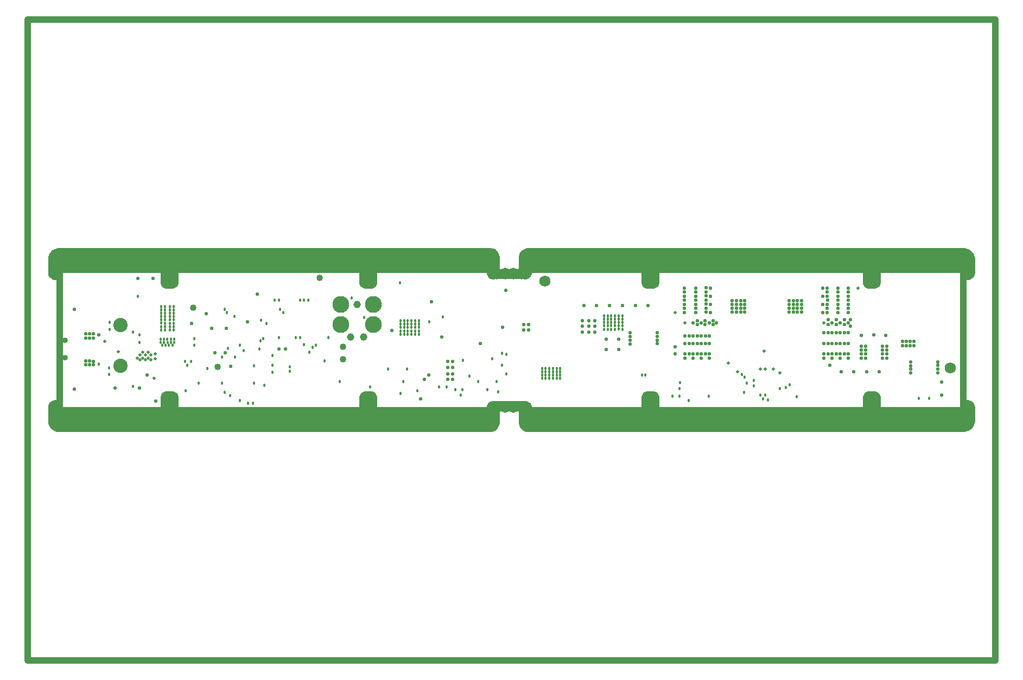
<source format=gbr>
%TF.GenerationSoftware,Altium Limited,Altium Designer,19.0.15 (446)*%
G04 Layer_Physical_Order=5*
G04 Layer_Color=128*
%FSLAX45Y45*%
%MOMM*%
%TF.FileFunction,Copper,L5,Inr,Plane*%
%TF.Part,CustomerPanel*%
G01*
G75*
%TA.AperFunction,ViaPad*%
%ADD93C,0.45720*%
%TA.AperFunction,NonConductor*%
%ADD96C,1.01600*%
%TA.AperFunction,WasherPad*%
%ADD97C,1.81600*%
%TA.AperFunction,ViaPad*%
%ADD98C,1.01600*%
%TA.AperFunction,ComponentPad*%
%ADD99C,0.45400*%
%TA.AperFunction,ViaPad*%
%ADD100C,1.75400*%
%TA.AperFunction,ComponentPad*%
%ADD101C,2.62900*%
%ADD102C,1.15400*%
%ADD103C,1.01600*%
%TA.AperFunction,ViaPad*%
%ADD104C,0.55880*%
%ADD105C,0.50800*%
%ADD106C,0.85400*%
%ADD107C,2.23400*%
G36*
X9243736Y8380770D02*
X9261589Y8373375D01*
X9277657Y8362638D01*
X9291322Y8348974D01*
X9302058Y8332906D01*
X9309453Y8315052D01*
X9313223Y8296099D01*
Y8286437D01*
Y8049900D01*
Y8039954D01*
X9305611Y8021577D01*
X9291546Y8007512D01*
X9273169Y7999900D01*
X9253278D01*
X9234901Y8007512D01*
X9220835Y8021577D01*
X9213223Y8039954D01*
Y8049900D01*
X9212262Y8059654D01*
X9204797Y8077678D01*
X9191002Y8091473D01*
X9172978Y8098939D01*
X9163223Y8099900D01*
Y8099899D01*
X7455136D01*
X7445382Y8098939D01*
X7427358Y8091473D01*
X7413563Y8077678D01*
X7406097Y8059654D01*
X7405136Y8049900D01*
X7405146D01*
Y7899900D01*
X7405146Y7889954D01*
X7397534Y7871577D01*
X7383469Y7857512D01*
X7365091Y7849900D01*
X7355146D01*
Y7849899D01*
X7275146D01*
X7265200Y7849900D01*
X7246823Y7857512D01*
X7232758Y7871577D01*
X7225146Y7889954D01*
Y7899900D01*
X7225136Y7900844D01*
Y8049900D01*
X7225146D01*
X7224185Y8059654D01*
X7216719Y8077678D01*
X7202925Y8091473D01*
X7184901Y8098939D01*
X7175146Y8099899D01*
X4353886D01*
Y8099162D01*
X4344132Y8098201D01*
X4326108Y8090735D01*
X4312313Y8076940D01*
X4304847Y8058916D01*
X4303886Y8049162D01*
X4303896D01*
Y7899162D01*
X4303896Y7889216D01*
X4296284Y7870839D01*
X4282219Y7856774D01*
X4263842Y7849162D01*
X4253896D01*
Y7849162D01*
X4173896D01*
X4163951Y7849162D01*
X4145573Y7856774D01*
X4131508Y7870839D01*
X4123896Y7889216D01*
Y7899162D01*
X4123886Y7900106D01*
Y8049162D01*
X4123896D01*
X4122935Y8058916D01*
X4115470Y8076940D01*
X4101675Y8090735D01*
X4083651Y8098201D01*
X4073896Y8099162D01*
Y8099790D01*
X2549900D01*
X2540165Y8098831D01*
X2522177Y8091380D01*
X2508410Y8077612D01*
X2500959Y8059624D01*
X2500000Y8049890D01*
Y8037638D01*
X2490623Y8015002D01*
X2473298Y7997676D01*
X2450661Y7988300D01*
X2431655D01*
X2418403Y7990936D01*
X2405921Y7996106D01*
X2394686Y8003613D01*
X2385133Y8013166D01*
X2377626Y8024401D01*
X2372456Y8036883D01*
X2369820Y8050135D01*
Y8056890D01*
Y8257540D01*
Y8270048D01*
X2374700Y8294584D01*
X2384274Y8317697D01*
X2398172Y8338498D01*
X2415862Y8356187D01*
X2436663Y8370086D01*
X2459775Y8379659D01*
X2484312Y8384540D01*
X9224782D01*
X9243736Y8380770D01*
D02*
G37*
G36*
X16639024Y8377774D02*
X16662137Y8368201D01*
X16682938Y8354302D01*
X16700629Y8336612D01*
X16714526Y8315812D01*
X16724100Y8292699D01*
X16728979Y8268163D01*
Y8255655D01*
Y8056901D01*
Y8050145D01*
X16726344Y8036893D01*
X16721175Y8024411D01*
X16713667Y8013177D01*
X16704114Y8003623D01*
X16692879Y7996116D01*
X16680397Y7990946D01*
X16667145Y7988310D01*
X16648138D01*
X16625502Y7997687D01*
X16608177Y8015012D01*
X16598801Y8037649D01*
Y8049900D01*
X16597841Y8059635D01*
X16590390Y8077623D01*
X16576624Y8091390D01*
X16558635Y8098841D01*
X16548900Y8099800D01*
X15308896D01*
Y8099700D01*
X15299161Y8098741D01*
X15281174Y8091290D01*
X15267406Y8077523D01*
X15259953Y8059535D01*
X15258997Y8049800D01*
X15258896Y8049900D01*
Y7899900D01*
X15258797D01*
Y7889974D01*
X15251199Y7871634D01*
X15237161Y7857596D01*
X15218822Y7850000D01*
X15208896D01*
Y7849900D01*
X15128896D01*
X15128796Y7850000D01*
X15118871D01*
X15100529Y7857596D01*
X15086493Y7871634D01*
X15078896Y7889974D01*
Y7899900D01*
Y8049900D01*
X15078796D01*
X15077837Y8059635D01*
X15070386Y8077623D01*
X15056619Y8091390D01*
X15038631Y8098841D01*
X15028896Y8099800D01*
X11855056D01*
X11845321Y8098841D01*
X11827333Y8091390D01*
X11813566Y8077623D01*
X11806115Y8059635D01*
X11805156Y8049900D01*
X11805056Y8050000D01*
Y7900000D01*
X11804956D01*
Y7890074D01*
X11797359Y7871734D01*
X11783322Y7857696D01*
X11764982Y7850100D01*
X11755056D01*
Y7850000D01*
X11675056D01*
X11674956Y7850100D01*
X11665031D01*
X11646690Y7857696D01*
X11632653Y7871734D01*
X11625056Y7890074D01*
Y7900000D01*
Y8050000D01*
X11624956D01*
X11623998Y8059734D01*
X11616547Y8077722D01*
X11602779Y8091490D01*
X11584791Y8098941D01*
X11575056Y8099900D01*
X9864800Y8099899D01*
Y8099900D01*
X9855046Y8098939D01*
X9837021Y8091473D01*
X9823227Y8077678D01*
X9815761Y8059654D01*
X9814800Y8049900D01*
Y8039954D01*
X9807188Y8021577D01*
X9793123Y8007512D01*
X9774746Y7999900D01*
X9754855D01*
X9736478Y8007512D01*
X9722412Y8021577D01*
X9714800Y8039954D01*
Y8049900D01*
Y8287320D01*
Y8296710D01*
X9718464Y8315128D01*
X9725650Y8332478D01*
X9736084Y8348092D01*
X9749363Y8361371D01*
X9764977Y8371804D01*
X9782326Y8378991D01*
X9800745Y8382654D01*
X9810134D01*
X16248380Y8382655D01*
X16614488D01*
X16639024Y8377774D01*
D02*
G37*
G36*
X4253896Y6150660D02*
X4263842D01*
X4282219Y6143047D01*
X4296284Y6128982D01*
X4303896Y6110605D01*
X4303896Y6100660D01*
Y5950660D01*
X4303886D01*
X4304847Y5940905D01*
X4312313Y5922881D01*
X4326108Y5909086D01*
X4344132Y5901620D01*
X4353886Y5900660D01*
Y5899922D01*
X7175146D01*
X7184901Y5900883D01*
X7202925Y5908348D01*
X7216719Y5922143D01*
X7224185Y5940167D01*
X7225146Y5949922D01*
X7225136D01*
Y6098977D01*
X7225146Y6099922D01*
Y6109867D01*
X7232758Y6128244D01*
X7246823Y6142310D01*
X7265200Y6149922D01*
X7275146Y6149922D01*
X7355146D01*
Y6149922D01*
X7365091D01*
X7383469Y6142310D01*
X7397534Y6128244D01*
X7405146Y6109867D01*
X7405146Y6099922D01*
Y5949922D01*
X7405136D01*
X7406097Y5940167D01*
X7413563Y5922143D01*
X7427358Y5908348D01*
X7445382Y5900883D01*
X7455136Y5899922D01*
X9163223D01*
Y5899922D01*
X9172978Y5900882D01*
X9191002Y5908348D01*
X9204797Y5922143D01*
X9212262Y5940167D01*
X9213223Y5949922D01*
Y5959867D01*
X9220835Y5978244D01*
X9234901Y5992309D01*
X9253278Y5999921D01*
X9273169D01*
X9291546Y5992309D01*
X9305611Y5978244D01*
X9313223Y5959867D01*
Y5949922D01*
Y5713385D01*
Y5703722D01*
X9309453Y5684769D01*
X9302058Y5666915D01*
X9291322Y5650847D01*
X9277657Y5637183D01*
X9261589Y5626446D01*
X9243736Y5619051D01*
X9224782Y5615281D01*
X2484312D01*
X2459775Y5620162D01*
X2436663Y5629735D01*
X2415862Y5643634D01*
X2398172Y5661323D01*
X2384274Y5682124D01*
X2374700Y5705237D01*
X2369820Y5729773D01*
Y5742281D01*
Y5942931D01*
Y5949686D01*
X2372456Y5962938D01*
X2377626Y5975421D01*
X2385133Y5986655D01*
X2394686Y5996208D01*
X2405921Y6003715D01*
X2418403Y6008885D01*
X2431655Y6011521D01*
X2450661D01*
X2473298Y6002145D01*
X2490623Y5984819D01*
X2500000Y5962183D01*
Y5949932D01*
X2500959Y5940197D01*
X2508410Y5922209D01*
X2522177Y5908441D01*
X2540165Y5900990D01*
X2549900Y5900032D01*
X4073896D01*
Y5900660D01*
X4083651Y5901620D01*
X4101675Y5909086D01*
X4115470Y5922881D01*
X4122935Y5940905D01*
X4123896Y5950660D01*
X4123886D01*
Y6099715D01*
X4123896Y6100660D01*
Y6110605D01*
X4131508Y6128982D01*
X4145573Y6143047D01*
X4163951Y6150660D01*
X4173896Y6150660D01*
X4253896D01*
Y6150660D01*
D02*
G37*
G36*
X15209937Y6149822D02*
X15219862D01*
X15238202Y6142225D01*
X15252238Y6128187D01*
X15259836Y6109847D01*
Y6099922D01*
X15259937D01*
Y5949922D01*
X15260036Y5950021D01*
X15260995Y5940286D01*
X15268446Y5922298D01*
X15282213Y5908531D01*
X15300201Y5901080D01*
X15309937Y5900121D01*
Y5900021D01*
X16549940D01*
X16559676Y5900980D01*
X16577663Y5908431D01*
X16591431Y5922198D01*
X16598882Y5940186D01*
X16599841Y5949922D01*
Y5962172D01*
X16609216Y5984809D01*
X16626543Y6002135D01*
X16649179Y6011511D01*
X16668185D01*
X16681438Y6008875D01*
X16693919Y6003705D01*
X16705154Y5996198D01*
X16714708Y5986645D01*
X16722214Y5975410D01*
X16727385Y5962928D01*
X16730022Y5949676D01*
Y5942921D01*
Y5744167D01*
Y5731658D01*
X16725140Y5707122D01*
X16715567Y5684009D01*
X16701668Y5663209D01*
X16683978Y5645519D01*
X16663177Y5631620D01*
X16640065Y5622047D01*
X16615529Y5617167D01*
X16249420D01*
X9811175Y5617167D01*
X9801785D01*
X9783367Y5620831D01*
X9766017Y5628017D01*
X9750403Y5638450D01*
X9737124Y5651729D01*
X9726691Y5667343D01*
X9719504Y5684693D01*
X9715841Y5703111D01*
Y5712501D01*
Y5949922D01*
Y5959867D01*
X9723453Y5978244D01*
X9737518Y5992309D01*
X9755895Y5999921D01*
X9775786D01*
X9794163Y5992309D01*
X9808229Y5978244D01*
X9815841Y5959867D01*
Y5949922D01*
X9816801Y5940167D01*
X9824267Y5922143D01*
X9838062Y5908348D01*
X9856086Y5900882D01*
X9865841Y5899922D01*
Y5899922D01*
X11576097Y5899922D01*
X11585832Y5900880D01*
X11603820Y5908331D01*
X11617587Y5922099D01*
X11625038Y5940087D01*
X11625997Y5949822D01*
X11626097D01*
Y6099822D01*
Y6109747D01*
X11633693Y6128088D01*
X11647731Y6142125D01*
X11666071Y6149722D01*
X11675997D01*
X11676097Y6149822D01*
X11756097D01*
Y6149722D01*
X11766022D01*
X11784363Y6142125D01*
X11798400Y6128088D01*
X11805997Y6109747D01*
Y6099822D01*
X11806097D01*
Y5949822D01*
X11806197Y5949922D01*
X11807155Y5940186D01*
X11814606Y5922198D01*
X11828374Y5908431D01*
X11846362Y5900980D01*
X11856097Y5900021D01*
X15029936D01*
X15039671Y5900980D01*
X15057658Y5908431D01*
X15071426Y5922198D01*
X15078877Y5940186D01*
X15079836Y5949922D01*
X15079936D01*
Y6099922D01*
Y6109847D01*
X15087534Y6128187D01*
X15101570Y6142225D01*
X15119911Y6149822D01*
X15129836D01*
X15129936Y6149921D01*
X15209937D01*
Y6149822D01*
D02*
G37*
D93*
X5815620Y6758900D02*
D03*
X6634080Y6673800D02*
D03*
X8481445Y7359832D02*
D03*
X8263381Y7282400D02*
D03*
X7821440Y6170964D02*
D03*
X8757840Y6139536D02*
D03*
X7621200Y6549621D02*
D03*
X9344580Y6192241D02*
D03*
X4552220Y6664920D02*
D03*
X5307260Y6924000D02*
D03*
X5373300Y6835100D02*
D03*
X5922100Y7623856D02*
D03*
X5728900Y7255820D02*
D03*
X6690640Y7035177D02*
D03*
X3283165Y7168946D02*
D03*
X7806120Y7896820D02*
D03*
X9465240Y6774660D02*
D03*
X9400620Y6789620D02*
D03*
X7918380Y6549400D02*
D03*
X3743120Y7084660D02*
D03*
X5678440Y7023060D02*
D03*
X5629840Y6987500D02*
D03*
X3743120Y6967081D02*
D03*
X3113200Y6623098D02*
D03*
X3282880Y7273700D02*
D03*
X9175680Y6225074D02*
D03*
X9399200Y6603960D02*
D03*
X13173402Y6183958D02*
D03*
X6312100Y7625756D02*
D03*
X6247100D02*
D03*
X4204900Y6917000D02*
D03*
X4154685Y6916380D02*
D03*
X4073600Y7010360D02*
D03*
X4488839Y6603519D02*
D03*
X4286180Y7010360D02*
D03*
X4126745Y6961380D02*
D03*
X4233035Y7010360D02*
D03*
X4458481Y6664920D02*
D03*
X4096460Y6916380D02*
D03*
X4179890Y7010360D02*
D03*
X4263762Y6917753D02*
D03*
X4126745Y7010360D02*
D03*
X4233035Y6961380D02*
D03*
X6493200Y6924240D02*
D03*
X5637460Y7310080D02*
D03*
X13328120Y6367121D02*
D03*
X13185136Y6418540D02*
D03*
X13219360Y6327100D02*
D03*
X13831798Y6263287D02*
D03*
X13733121Y6247121D02*
D03*
X13889920Y6299160D02*
D03*
X13431261Y6144621D02*
D03*
X13510620D02*
D03*
X12315120Y6057860D02*
D03*
X13550620Y6064058D02*
D03*
X13470621Y6079620D02*
D03*
X13995621Y6114620D02*
D03*
X13328120Y6286521D02*
D03*
X13145700Y6461720D02*
D03*
X11639480Y6454100D02*
D03*
X11586793Y6454580D02*
D03*
X12175620Y6332120D02*
D03*
X5434260Y6017220D02*
D03*
X5518080Y6014620D02*
D03*
X5312340Y6060400D02*
D03*
X4602768Y6916380D02*
D03*
X4603970Y7020520D02*
D03*
X5032940Y6324560D02*
D03*
X4465700Y6212120D02*
D03*
X5533320Y6598880D02*
D03*
X5617140Y6857880D02*
D03*
X5922100Y7035756D02*
D03*
X7057320Y7658060D02*
D03*
X8075860Y6212800D02*
D03*
X6871900Y6352060D02*
D03*
X5154859Y6128979D02*
D03*
X5690800Y6290500D02*
D03*
X10082280Y6556606D02*
D03*
X10024040Y6556930D02*
D03*
X8783600Y6222960D02*
D03*
X4801800Y6553160D02*
D03*
X11162468Y7325008D02*
D03*
Y7376794D02*
D03*
Y7273223D02*
D03*
X11218528Y7273872D02*
D03*
Y7222086D02*
D03*
X11048168Y7273223D02*
D03*
Y7169652D02*
D03*
X11104228Y7221762D02*
D03*
Y7273547D02*
D03*
X11218528Y7170301D02*
D03*
Y7377443D02*
D03*
X11162468Y7221437D02*
D03*
Y7169652D02*
D03*
X11104228Y7169976D02*
D03*
X11048168Y7221437D02*
D03*
X11104228Y7377118D02*
D03*
X11048168Y7376794D02*
D03*
X11218528Y7325657D02*
D03*
X11104228Y7325333D02*
D03*
X11048168Y7325008D02*
D03*
X10138340Y6556930D02*
D03*
X10310880D02*
D03*
X12625072Y6127120D02*
D03*
X12056313Y6126440D02*
D03*
X15906860Y6092121D02*
D03*
X16066859Y6092120D02*
D03*
X5815620Y6603820D02*
D03*
Y6493820D02*
D03*
X6092120Y6517600D02*
D03*
Y6581100D02*
D03*
X3270588Y6460001D02*
D03*
X5235664Y6733800D02*
D03*
X5027860D02*
D03*
X8416220Y6271220D02*
D03*
X8668600Y6222960D02*
D03*
X8533060Y6271220D02*
D03*
X10196580Y6401249D02*
D03*
X10082280D02*
D03*
Y6453035D02*
D03*
X10024040Y6401574D02*
D03*
X10310880D02*
D03*
X10138340D02*
D03*
X9319620Y6354621D02*
D03*
X10252640Y6401898D02*
D03*
X9031620Y6354621D02*
D03*
X8896120Y6436020D02*
D03*
X3723781Y7679477D02*
D03*
X10196580Y6504820D02*
D03*
X10252640Y6505469D02*
D03*
Y6557255D02*
D03*
Y6453684D02*
D03*
X10310880Y6505145D02*
D03*
Y6453359D02*
D03*
X10138340Y6505145D02*
D03*
X10196580Y6556606D02*
D03*
X10138340Y6453359D02*
D03*
X10196580Y6453035D02*
D03*
X10024040Y6505145D02*
D03*
Y6453359D02*
D03*
X10082280Y6504820D02*
D03*
X5071040Y6184860D02*
D03*
X10989928Y7221762D02*
D03*
Y7377118D02*
D03*
Y7325333D02*
D03*
Y7273547D02*
D03*
Y7169976D02*
D03*
X11276768Y7221762D02*
D03*
Y7273547D02*
D03*
Y7377118D02*
D03*
Y7169976D02*
D03*
Y7325333D02*
D03*
X5124380Y6870660D02*
D03*
X5987980Y7424380D02*
D03*
X5530780Y6329640D02*
D03*
X4668800Y6324560D02*
D03*
X7341800Y6268301D02*
D03*
X7857120Y6349960D02*
D03*
X7247026Y7348861D02*
D03*
X5073580Y7480841D02*
D03*
X5106600Y7426920D02*
D03*
X5225980Y7371040D02*
D03*
X3270180Y6561060D02*
D03*
X7989500Y7195719D02*
D03*
X8045560Y7092797D02*
D03*
Y7196368D02*
D03*
Y7248154D02*
D03*
X8103800Y7247829D02*
D03*
Y7092472D02*
D03*
Y7299615D02*
D03*
X8045560Y7299939D02*
D03*
Y7144583D02*
D03*
X8103800Y7196044D02*
D03*
Y7144258D02*
D03*
X7931260Y7092472D02*
D03*
Y7196044D02*
D03*
Y7247829D02*
D03*
X7989500Y7247504D02*
D03*
Y7092148D02*
D03*
Y7299290D02*
D03*
X7931260Y7299615D02*
D03*
Y7144258D02*
D03*
X7989500Y7143933D02*
D03*
X7816960Y7092472D02*
D03*
Y7196044D02*
D03*
Y7247829D02*
D03*
X7875200Y7247504D02*
D03*
Y7092148D02*
D03*
Y7299290D02*
D03*
X7816960Y7299615D02*
D03*
Y7144258D02*
D03*
X7875200Y7195719D02*
D03*
Y7143933D02*
D03*
X3640320Y7124660D02*
D03*
X5934640Y7483306D02*
D03*
X4278380Y7366438D02*
D03*
Y7418223D02*
D03*
X4220140Y7366763D02*
D03*
X4138860D02*
D03*
Y7418548D02*
D03*
X4080620Y7367087D02*
D03*
X4220140Y7522119D02*
D03*
X4278380Y7521794D02*
D03*
Y7470009D02*
D03*
X4220140Y7470334D02*
D03*
X4080620Y7522444D02*
D03*
X4138860Y7522119D02*
D03*
X6377100Y7625756D02*
D03*
X4220140Y7159620D02*
D03*
Y7211406D02*
D03*
Y7263191D02*
D03*
Y7314977D02*
D03*
Y7418548D02*
D03*
X4278380Y7314652D02*
D03*
Y7262867D02*
D03*
Y7211081D02*
D03*
Y7159296D02*
D03*
X4138860Y7159620D02*
D03*
Y7211406D02*
D03*
Y7263191D02*
D03*
Y7314977D02*
D03*
Y7470334D02*
D03*
X4080620Y7470658D02*
D03*
Y7418873D02*
D03*
Y7315302D02*
D03*
Y7263516D02*
D03*
Y7211731D02*
D03*
Y7159945D02*
D03*
X3640320Y6273421D02*
D03*
X9250620Y6709620D02*
D03*
X9465940Y6468680D02*
D03*
X8792900Y6687445D02*
D03*
X12171729Y6127120D02*
D03*
X12173120Y6247120D02*
D03*
X6394080Y6813800D02*
D03*
X6444080Y6888760D02*
D03*
X6247100Y7035756D02*
D03*
X6183260Y7035177D02*
D03*
X6310260Y6929400D02*
D03*
X5857100Y7623856D02*
D03*
D96*
X15209937Y6149822D02*
Y6149921D01*
Y6149822D02*
X15219862D01*
X15238202Y6142225D01*
X15252238Y6128187D01*
X15259836Y6109847D01*
Y6099922D02*
Y6109847D01*
Y6099922D02*
X15259937D01*
Y5949922D02*
Y6099922D01*
Y5949922D02*
X15260036Y5950021D01*
X15260995Y5940286D01*
X15268446Y5922298D01*
X15282213Y5908531D01*
X15300201Y5901080D01*
X15309937Y5900121D01*
Y5900021D02*
Y5900121D01*
Y5900021D02*
X16549940D01*
X16559676Y5900980D01*
X16577663Y5908431D01*
X16591431Y5922198D01*
X16598882Y5940186D01*
X16599841Y5949922D01*
Y5962172D01*
X16609216Y5984809D01*
X16626543Y6002135D01*
X16649179Y6011511D01*
X16668185D01*
X16681438Y6008875D01*
X16693919Y6003705D01*
X16705154Y5996198D01*
X16714708Y5986645D01*
X16722214Y5975410D01*
X16727385Y5962928D01*
X16730022Y5949676D01*
Y5942921D02*
Y5949676D01*
Y5744167D02*
Y5942921D01*
Y5731658D02*
Y5744167D01*
X16725140Y5707122D02*
X16730022Y5731658D01*
X16715567Y5684009D02*
X16725140Y5707122D01*
X16701668Y5663209D02*
X16715567Y5684009D01*
X16683978Y5645519D02*
X16701668Y5663209D01*
X16663177Y5631620D02*
X16683978Y5645519D01*
X16640065Y5622047D02*
X16663177Y5631620D01*
X16615529Y5617167D02*
X16640065Y5622047D01*
X16249420Y5617167D02*
X16615529D01*
X9811175Y5617167D02*
X16249420Y5617167D01*
X9801785Y5617167D02*
X9811175D01*
X9783367Y5620831D02*
X9801785Y5617167D01*
X9766017Y5628017D02*
X9783367Y5620831D01*
X9750403Y5638450D02*
X9766017Y5628017D01*
X9737124Y5651729D02*
X9750403Y5638450D01*
X9726691Y5667343D02*
X9737124Y5651729D01*
X9719504Y5684693D02*
X9726691Y5667343D01*
X9715841Y5703111D02*
X9719504Y5684693D01*
X9715841Y5703111D02*
Y5712501D01*
Y5949922D01*
Y5959867D01*
X9723453Y5978244D01*
X9737518Y5992309D01*
X9755895Y5999921D01*
X9775786D01*
X9794163Y5992309D01*
X9808229Y5978244D01*
X9815841Y5959867D01*
Y5949922D02*
Y5959867D01*
Y5949922D02*
X9816801Y5940167D01*
X9824267Y5922143D01*
X9838062Y5908348D01*
X9856086Y5900882D01*
X9865841Y5899922D01*
Y5899922D01*
X11576097Y5899922D01*
X11585832Y5900880D01*
X11603820Y5908331D01*
X11617587Y5922099D01*
X11625038Y5940087D01*
X11625997Y5949822D01*
X11626097D01*
Y6099822D01*
Y6109747D01*
X11633693Y6128088D01*
X11647731Y6142125D01*
X11666071Y6149722D01*
X11675997D01*
X11676097Y6149822D01*
X11756097D01*
Y6149722D02*
Y6149822D01*
Y6149722D02*
X11766022D01*
X11784363Y6142125D01*
X11798400Y6128088D01*
X11805997Y6109747D01*
Y6099822D02*
Y6109747D01*
Y6099822D02*
X11806097D01*
Y5949822D02*
Y6099822D01*
Y5949822D02*
X11806197Y5949922D01*
X11807155Y5940186D01*
X11814606Y5922198D01*
X11828374Y5908431D01*
X11846362Y5900980D01*
X11856097Y5900021D01*
X15029936D01*
X15039671Y5900980D01*
X15057658Y5908431D01*
X15071426Y5922198D01*
X15078877Y5940186D01*
X15079836Y5949922D01*
X15079936D01*
Y6099922D01*
Y6109847D01*
X15087534Y6128187D01*
X15101570Y6142225D01*
X15119911Y6149822D01*
X15129836D01*
X15129936Y6149921D01*
X15209937D01*
X4253896Y6150660D02*
Y6150660D01*
Y6150660D02*
X4263842D01*
X4282219Y6143047D01*
X4296284Y6128982D01*
X4303896Y6110605D01*
X4303896Y6100660D01*
Y5950660D02*
Y6100660D01*
X4303886Y5950660D02*
X4303896D01*
X4303886D02*
X4304847Y5940905D01*
X4312313Y5922881D01*
X4326108Y5909086D01*
X4344132Y5901620D01*
X4353886Y5900660D01*
Y5899922D02*
Y5900660D01*
Y5899922D02*
X7175146D01*
X7184901Y5900883D01*
X7202925Y5908348D01*
X7216719Y5922143D01*
X7224185Y5940167D01*
X7225146Y5949922D01*
X7225136D02*
X7225146D01*
X7225136D02*
Y6098977D01*
X7225146Y6099922D01*
Y6109867D01*
X7232758Y6128244D01*
X7246823Y6142310D01*
X7265200Y6149922D01*
X7275146Y6149922D01*
X7355146D01*
Y6149922D02*
Y6149922D01*
Y6149922D02*
X7365091D01*
X7383469Y6142310D01*
X7397534Y6128244D01*
X7405146Y6109867D01*
X7405146Y6099922D01*
Y5949922D02*
Y6099922D01*
X7405136Y5949922D02*
X7405146D01*
X7405136D02*
X7406097Y5940167D01*
X7413563Y5922143D01*
X7427358Y5908348D01*
X7445382Y5900883D01*
X7455136Y5899922D01*
X9163223D01*
Y5899922D02*
Y5899922D01*
Y5899922D02*
X9172978Y5900882D01*
X9191002Y5908348D01*
X9204797Y5922143D01*
X9212262Y5940167D01*
X9213223Y5949922D01*
Y5959867D01*
X9220835Y5978244D01*
X9234901Y5992309D01*
X9253278Y5999921D01*
X9273169D01*
X9291546Y5992309D01*
X9305611Y5978244D01*
X9313223Y5959867D01*
Y5949922D02*
Y5959867D01*
Y5713385D02*
Y5949922D01*
Y5703722D02*
Y5713385D01*
X9309453Y5684769D02*
X9313223Y5703722D01*
X9302058Y5666915D02*
X9309453Y5684769D01*
X9291322Y5650847D02*
X9302058Y5666915D01*
X9277657Y5637183D02*
X9291322Y5650847D01*
X9261589Y5626446D02*
X9277657Y5637183D01*
X9243736Y5619051D02*
X9261589Y5626446D01*
X9224782Y5615281D02*
X9243736Y5619051D01*
X2484312Y5615281D02*
X9224782D01*
X2459775Y5620162D02*
X2484312Y5615281D01*
X2436663Y5629735D02*
X2459775Y5620162D01*
X2415862Y5643634D02*
X2436663Y5629735D01*
X2398172Y5661323D02*
X2415862Y5643634D01*
X2384274Y5682124D02*
X2398172Y5661323D01*
X2374700Y5705237D02*
X2384274Y5682124D01*
X2369820Y5729773D02*
X2374700Y5705237D01*
X2369820Y5729773D02*
Y5742281D01*
Y5942931D01*
Y5949686D01*
X2372456Y5962938D01*
X2377626Y5975421D01*
X2385133Y5986655D01*
X2394686Y5996208D01*
X2405921Y6003715D01*
X2418403Y6008885D01*
X2431655Y6011521D01*
X2450661D01*
X2473298Y6002145D01*
X2490623Y5984819D01*
X2500000Y5962183D01*
Y5949932D02*
Y5962183D01*
Y5949932D02*
X2500959Y5940197D01*
X2508410Y5922209D01*
X2522177Y5908441D01*
X2540165Y5900990D01*
X2549900Y5900032D01*
X4073896D01*
Y5900660D01*
X4083651Y5901620D01*
X4101675Y5909086D01*
X4115470Y5922881D01*
X4122935Y5940905D01*
X4123896Y5950660D01*
X4123886D02*
X4123896D01*
X4123886D02*
Y6099715D01*
X4123896Y6100660D01*
Y6110605D01*
X4131508Y6128982D01*
X4145573Y6143047D01*
X4163951Y6150660D01*
X4173896Y6150660D01*
X4253896D01*
X16614488Y8382655D02*
X16639024Y8377774D01*
X16662137Y8368201D01*
X16682938Y8354302D01*
X16700629Y8336612D01*
X16714526Y8315812D01*
X16724100Y8292699D01*
X16728979Y8268163D01*
Y8255655D02*
Y8268163D01*
Y8056901D02*
Y8255655D01*
Y8050145D02*
Y8056901D01*
X16726344Y8036893D02*
X16728979Y8050145D01*
X16721175Y8024411D02*
X16726344Y8036893D01*
X16713667Y8013177D02*
X16721175Y8024411D01*
X16704114Y8003623D02*
X16713667Y8013177D01*
X16692879Y7996116D02*
X16704114Y8003623D01*
X16680397Y7990946D02*
X16692879Y7996116D01*
X16667145Y7988310D02*
X16680397Y7990946D01*
X16648138Y7988310D02*
X16667145D01*
X16625502Y7997687D02*
X16648138Y7988310D01*
X16608177Y8015012D02*
X16625502Y7997687D01*
X16598801Y8037649D02*
X16608177Y8015012D01*
X16598801Y8037649D02*
Y8049900D01*
X16597841Y8059635D02*
X16598801Y8049900D01*
X16590390Y8077623D02*
X16597841Y8059635D01*
X16576624Y8091390D02*
X16590390Y8077623D01*
X16558635Y8098841D02*
X16576624Y8091390D01*
X16548900Y8099800D02*
X16558635Y8098841D01*
X15308896Y8099800D02*
X16548900D01*
X15308896Y8099700D02*
Y8099800D01*
X15299161Y8098741D02*
X15308896Y8099700D01*
X15281174Y8091290D02*
X15299161Y8098741D01*
X15267406Y8077523D02*
X15281174Y8091290D01*
X15259953Y8059535D02*
X15267406Y8077523D01*
X15258997Y8049800D02*
X15259953Y8059535D01*
X15258896Y8049900D02*
X15258997Y8049800D01*
X15258896Y7899900D02*
Y8049900D01*
X15258797Y7899900D02*
X15258896D01*
X15258797Y7889974D02*
Y7899900D01*
X15251199Y7871634D02*
X15258797Y7889974D01*
X15237161Y7857596D02*
X15251199Y7871634D01*
X15218822Y7850000D02*
X15237161Y7857596D01*
X15208896Y7850000D02*
X15218822D01*
X15208896Y7849900D02*
Y7850000D01*
X15128896Y7849900D02*
X15208896D01*
X15128796Y7850000D02*
X15128896Y7849900D01*
X15118871Y7850000D02*
X15128796D01*
X15100529Y7857596D02*
X15118871Y7850000D01*
X15086493Y7871634D02*
X15100529Y7857596D01*
X15078896Y7889974D02*
X15086493Y7871634D01*
X15078896Y7889974D02*
Y7899900D01*
Y8049900D01*
X15078796D02*
X15078896D01*
X15077837Y8059635D02*
X15078796Y8049900D01*
X15070386Y8077623D02*
X15077837Y8059635D01*
X15056619Y8091390D02*
X15070386Y8077623D01*
X15038631Y8098841D02*
X15056619Y8091390D01*
X15028896Y8099800D02*
X15038631Y8098841D01*
X11855056Y8099800D02*
X15028896D01*
X11845321Y8098841D02*
X11855056Y8099800D01*
X11827333Y8091390D02*
X11845321Y8098841D01*
X11813566Y8077623D02*
X11827333Y8091390D01*
X11806115Y8059635D02*
X11813566Y8077623D01*
X11805156Y8049900D02*
X11806115Y8059635D01*
X11805056Y8050000D02*
X11805156Y8049900D01*
X11805056Y7900000D02*
Y8050000D01*
X11804956Y7900000D02*
X11805056D01*
X11804956Y7890074D02*
Y7900000D01*
X11797359Y7871734D02*
X11804956Y7890074D01*
X11783322Y7857696D02*
X11797359Y7871734D01*
X11764982Y7850100D02*
X11783322Y7857696D01*
X11755056Y7850100D02*
X11764982D01*
X11755056Y7850000D02*
Y7850100D01*
X11675056Y7850000D02*
X11755056D01*
X11674956Y7850100D02*
X11675056Y7850000D01*
X11665031Y7850100D02*
X11674956D01*
X11646690Y7857696D02*
X11665031Y7850100D01*
X11632653Y7871734D02*
X11646690Y7857696D01*
X11625056Y7890074D02*
X11632653Y7871734D01*
X11625056Y7890074D02*
Y7900000D01*
Y8050000D01*
X11624956D02*
X11625056D01*
X11623998Y8059734D02*
X11624956Y8050000D01*
X11616547Y8077722D02*
X11623998Y8059734D01*
X11602779Y8091490D02*
X11616547Y8077722D01*
X11584791Y8098941D02*
X11602779Y8091490D01*
X11575056Y8099900D02*
X11584791Y8098941D01*
X9864800Y8099899D02*
X11575056Y8099900D01*
X9864800Y8099899D02*
Y8099900D01*
X9855046Y8098939D02*
X9864800Y8099900D01*
X9837021Y8091473D02*
X9855046Y8098939D01*
X9823227Y8077678D02*
X9837021Y8091473D01*
X9815761Y8059654D02*
X9823227Y8077678D01*
X9814800Y8049900D02*
X9815761Y8059654D01*
X9814800Y8039954D02*
Y8049900D01*
X9807188Y8021577D02*
X9814800Y8039954D01*
X9793123Y8007512D02*
X9807188Y8021577D01*
X9774746Y7999900D02*
X9793123Y8007512D01*
X9754855Y7999900D02*
X9774746D01*
X9736478Y8007512D02*
X9754855Y7999900D01*
X9722412Y8021577D02*
X9736478Y8007512D01*
X9714800Y8039954D02*
X9722412Y8021577D01*
X9714800Y8039954D02*
Y8049900D01*
Y8287320D01*
Y8296710D01*
X9718464Y8315128D01*
X9725650Y8332478D01*
X9736084Y8348092D01*
X9749363Y8361371D01*
X9764977Y8371804D01*
X9782326Y8378991D01*
X9800745Y8382654D01*
X9810134D01*
X16248380Y8382655D01*
X16614488D01*
X9224782Y8384540D02*
X9243736Y8380770D01*
X9261589Y8373375D01*
X9277657Y8362638D01*
X9291322Y8348974D01*
X9302058Y8332906D01*
X9309453Y8315052D01*
X9313223Y8296099D01*
Y8286437D02*
Y8296099D01*
Y8049900D02*
Y8286437D01*
Y8039954D02*
Y8049900D01*
X9305611Y8021577D02*
X9313223Y8039954D01*
X9291546Y8007512D02*
X9305611Y8021577D01*
X9273169Y7999900D02*
X9291546Y8007512D01*
X9253278Y7999900D02*
X9273169D01*
X9234901Y8007512D02*
X9253278Y7999900D01*
X9220835Y8021577D02*
X9234901Y8007512D01*
X9213223Y8039954D02*
X9220835Y8021577D01*
X9213223Y8039954D02*
Y8049900D01*
X9212262Y8059654D02*
X9213223Y8049900D01*
X9204797Y8077678D02*
X9212262Y8059654D01*
X9191002Y8091473D02*
X9204797Y8077678D01*
X9172978Y8098939D02*
X9191002Y8091473D01*
X9163223Y8099900D02*
X9172978Y8098939D01*
X9163223Y8099899D02*
Y8099900D01*
X7455136Y8099899D02*
X9163223D01*
X7445382Y8098939D02*
X7455136Y8099899D01*
X7427358Y8091473D02*
X7445382Y8098939D01*
X7413563Y8077678D02*
X7427358Y8091473D01*
X7406097Y8059654D02*
X7413563Y8077678D01*
X7405136Y8049900D02*
X7406097Y8059654D01*
X7405136Y8049900D02*
X7405146D01*
Y7899900D02*
Y8049900D01*
X7405146Y7889954D02*
X7405146Y7899900D01*
X7397534Y7871577D02*
X7405146Y7889954D01*
X7383469Y7857512D02*
X7397534Y7871577D01*
X7365091Y7849900D02*
X7383469Y7857512D01*
X7355146Y7849900D02*
X7365091D01*
X7355146Y7849899D02*
Y7849900D01*
X7275146Y7849899D02*
X7355146D01*
X7265200Y7849900D02*
X7275146Y7849899D01*
X7246823Y7857512D02*
X7265200Y7849900D01*
X7232758Y7871577D02*
X7246823Y7857512D01*
X7225146Y7889954D02*
X7232758Y7871577D01*
X7225146Y7889954D02*
Y7899900D01*
X7225136Y7900844D02*
X7225146Y7899900D01*
X7225136Y7900844D02*
Y8049900D01*
X7225146D01*
X7224185Y8059654D02*
X7225146Y8049900D01*
X7216719Y8077678D02*
X7224185Y8059654D01*
X7202925Y8091473D02*
X7216719Y8077678D01*
X7184901Y8098939D02*
X7202925Y8091473D01*
X7175146Y8099899D02*
X7184901Y8098939D01*
X4353886Y8099899D02*
X7175146D01*
X4353886Y8099162D02*
Y8099899D01*
X4344132Y8098201D02*
X4353886Y8099162D01*
X4326108Y8090735D02*
X4344132Y8098201D01*
X4312313Y8076940D02*
X4326108Y8090735D01*
X4304847Y8058916D02*
X4312313Y8076940D01*
X4303886Y8049162D02*
X4304847Y8058916D01*
X4303886Y8049162D02*
X4303896D01*
Y7899162D02*
Y8049162D01*
X4303896Y7889216D02*
X4303896Y7899162D01*
X4296284Y7870839D02*
X4303896Y7889216D01*
X4282219Y7856774D02*
X4296284Y7870839D01*
X4263842Y7849162D02*
X4282219Y7856774D01*
X4253896Y7849162D02*
X4263842D01*
X4253896Y7849162D02*
Y7849162D01*
X4173896Y7849162D02*
X4253896D01*
X4163951Y7849162D02*
X4173896Y7849162D01*
X4145573Y7856774D02*
X4163951Y7849162D01*
X4131508Y7870839D02*
X4145573Y7856774D01*
X4123896Y7889216D02*
X4131508Y7870839D01*
X4123896Y7889216D02*
Y7899162D01*
X4123886Y7900106D02*
X4123896Y7899162D01*
X4123886Y7900106D02*
Y8049162D01*
X4123896D01*
X4122935Y8058916D02*
X4123896Y8049162D01*
X4115470Y8076940D02*
X4122935Y8058916D01*
X4101675Y8090735D02*
X4115470Y8076940D01*
X4083651Y8098201D02*
X4101675Y8090735D01*
X4073896Y8099162D02*
X4083651Y8098201D01*
X4073896Y8099162D02*
Y8099790D01*
X2549900D02*
X4073896D01*
X2540165Y8098831D02*
X2549900Y8099790D01*
X2522177Y8091380D02*
X2540165Y8098831D01*
X2508410Y8077612D02*
X2522177Y8091380D01*
X2500959Y8059624D02*
X2508410Y8077612D01*
X2500000Y8049890D02*
X2500959Y8059624D01*
X2500000Y8037638D02*
Y8049890D01*
X2490623Y8015002D02*
X2500000Y8037638D01*
X2473298Y7997676D02*
X2490623Y8015002D01*
X2450661Y7988300D02*
X2473298Y7997676D01*
X2431655Y7988300D02*
X2450661D01*
X2418403Y7990936D02*
X2431655Y7988300D01*
X2405921Y7996106D02*
X2418403Y7990936D01*
X2394686Y8003613D02*
X2405921Y7996106D01*
X2385133Y8013166D02*
X2394686Y8003613D01*
X2377626Y8024401D02*
X2385133Y8013166D01*
X2372456Y8036883D02*
X2377626Y8024401D01*
X2369820Y8050135D02*
X2372456Y8036883D01*
X2369820Y8050135D02*
Y8056890D01*
Y8257540D01*
Y8270048D01*
X2374700Y8294584D01*
X2384274Y8317697D01*
X2398172Y8338498D01*
X2415862Y8356187D01*
X2436663Y8370086D01*
X2459775Y8379659D01*
X2484312Y8384540D01*
X9224782D01*
X17100000Y2000000D02*
Y12000000D01*
X2000000D02*
X17100000D01*
X2000000Y2000000D02*
Y12000000D01*
Y2000000D02*
X17100000D01*
X4073126Y5900459D02*
G03*
X4123126Y5950459I0J50000D01*
G01*
X4173116Y6150458D02*
G03*
X4123116Y6100458I0J-50000D01*
G01*
X4303116D02*
G03*
X4253116Y6150458I-50000J0D01*
G01*
X4303116Y5950459D02*
G03*
X4353116Y5900459I50000J0D01*
G01*
X7174366D02*
G03*
X7224366Y5950459I0J50000D01*
G01*
X7274356Y6150458D02*
G03*
X7224356Y6100458I0J-50000D01*
G01*
X7404356D02*
G03*
X7354356Y6150458I-50000J0D01*
G01*
X7404356Y5950459D02*
G03*
X7454356Y5900459I50000J0D01*
G01*
X9162443Y5900380D02*
G03*
X9212443Y5950380I0J50000D01*
G01*
X9262443Y6000380D02*
G03*
X9212443Y5950380I0J-50000D01*
G01*
X9814020D02*
G03*
X9764020Y6000380I-50000J0D01*
G01*
X9814020Y5950380D02*
G03*
X9864020Y5900380I50000J0D01*
G01*
X11574286Y5900459D02*
G03*
X11624286Y5950459I0J50000D01*
G01*
X11674276Y6150458D02*
G03*
X11624276Y6100458I0J-50000D01*
G01*
X11804276D02*
G03*
X11754276Y6150458I-50000J0D01*
G01*
X11804276Y5950459D02*
G03*
X11854276Y5900459I50000J0D01*
G01*
X15028116D02*
G03*
X15078116Y5950459I0J50000D01*
G01*
X15128107Y6150458D02*
G03*
X15078107Y6100458I0J-50000D01*
G01*
X15258105D02*
G03*
X15208105Y6150458I-50000J0D01*
G01*
X15258105Y5950459D02*
G03*
X15308105Y5900459I50000J0D01*
G01*
X16549120D02*
G03*
X16599120Y5950459I0J50000D01*
G01*
X16598019Y8050359D02*
G03*
X16548120Y8100259I-49900J0D01*
G01*
X15308116Y8100159D02*
G03*
X15258215Y8050259I0J-49900D01*
G01*
X15208116Y7850459D02*
G03*
X15258015Y7900359I0J49900D01*
G01*
X15078116D02*
G03*
X15128017Y7850459I49900J0D01*
G01*
X15078017Y8050359D02*
G03*
X15028116Y8100259I-49900J0D01*
G01*
X11854276D02*
G03*
X11804376Y8050359I0J-49900D01*
G01*
X11754276Y7850558D02*
G03*
X11804176Y7900458I0J49900D01*
G01*
X11624276D02*
G03*
X11674176Y7850558I49900J0D01*
G01*
X11624176Y8050458D02*
G03*
X11574276Y8100358I-49900J0D01*
G01*
X9864020D02*
G03*
X9814020Y8050359I0J-50000D01*
G01*
X9764020Y8000359D02*
G03*
X9814020Y8050359I0J50000D01*
G01*
X9212443D02*
G03*
X9262443Y8000359I50000J0D01*
G01*
X9212443Y8050359D02*
G03*
X9162443Y8100358I-50000J0D01*
G01*
X7454356Y8100358D02*
G03*
X7404356Y8050358I0J-50000D01*
G01*
X7354366Y7850358D02*
G03*
X7404366Y7900358I0J50000D01*
G01*
X7224366D02*
G03*
X7274366Y7850358I50000J0D01*
G01*
X7224366Y8050358D02*
G03*
X7174366Y8100358I-50000J0D01*
G01*
X4353106Y8099620D02*
G03*
X4303106Y8049620I0J-50000D01*
G01*
X4253116Y7849621D02*
G03*
X4303116Y7899620I0J50000D01*
G01*
X4123116D02*
G03*
X4173116Y7849621I50000J0D01*
G01*
X4123116Y8049620D02*
G03*
X4073116Y8099620I-50000J0D01*
G01*
X2549120Y8100248D02*
G03*
X2499220Y8050348I0J-49900D01*
G01*
X2499120Y5950459D02*
G03*
X2549120Y5900459I50000J0D01*
G01*
X2499120Y5950459D02*
X2499220Y5950558D01*
Y8050348D01*
X7454356Y8100358D02*
X9162443D01*
Y8100358D01*
X9262443Y8000359D02*
X9764020D01*
X9864020Y8100358D02*
Y8100358D01*
Y8100358D02*
X11574276Y8100358D01*
X11574286Y5900380D02*
Y5900459D01*
X9864020Y5900380D02*
X11574286D01*
X9262443Y6000380D02*
X9764020D01*
X9162365Y5900459D02*
X9162443Y5900380D01*
X7454356Y5900459D02*
X9162365D01*
X2549120Y8100248D02*
X4073116D01*
Y8099620D02*
Y8100248D01*
X4123106Y8049620D02*
X4123116D01*
X4123106Y7900565D02*
Y8049620D01*
Y7900565D02*
X4123116Y7899620D01*
X4173116Y7849620D02*
Y7849621D01*
Y7849620D02*
X4253116D01*
Y7849621D01*
X4303116Y7899620D02*
X4303116D01*
Y8049620D01*
X4303106D02*
X4303116D01*
X4353106Y8099620D02*
Y8100358D01*
X7174366D01*
X7224356Y8050358D02*
X7224366D01*
X7224356Y7901303D02*
Y8050358D01*
Y7901303D02*
X7224366Y7900358D01*
X7274366Y7850358D02*
Y7850358D01*
Y7850358D02*
X7354366D01*
Y7850358D01*
X7404366Y7900358D02*
X7404366D01*
Y8050358D01*
X7404356D02*
X7404366D01*
X11624176Y8050458D02*
X11624276D01*
Y7900458D02*
Y8050458D01*
X11674176Y7850558D02*
X11674276Y7850459D01*
X11754276D01*
Y7850558D01*
X11804176Y7900458D02*
X11804276D01*
Y8050458D01*
X11804376Y8050359D01*
X11854276Y8100259D02*
X15028116D01*
X15078017Y8050359D02*
X15078116D01*
Y7900359D02*
Y8050359D01*
X15128017Y7850459D02*
X15128116Y7850359D01*
X15208116D01*
Y7850459D01*
X15258015Y7900359D02*
X15258116D01*
Y8050359D01*
X15258215Y8050259D01*
X15308116Y8100159D02*
Y8100259D01*
X16548120D01*
X16598019Y8050359D02*
X16599120Y5950459D01*
X15308105Y5900459D02*
X16549120D01*
X15258105Y5950459D02*
X15258105D01*
X15258105D02*
Y6100458D01*
X15258105D01*
X15208105Y6150459D02*
X15208105Y6150458D01*
X15128107Y6150459D02*
X15208105D01*
X15128107D02*
X15128107Y6150458D01*
X15078107Y6100458D02*
X15078107D01*
X15078107Y5950459D02*
Y6100458D01*
Y5950459D02*
X15078116D01*
X11854276Y5900459D02*
X15028116D01*
X11804276Y5950459D02*
X11804276D01*
X11804276D02*
Y6100458D01*
X11804276D01*
X11754276Y6150459D02*
X11754276Y6150458D01*
X11674276Y6150459D02*
X11754276D01*
X11674276D02*
X11674276Y6150458D01*
X11624276Y6100458D02*
X11624276D01*
X11624276Y5950459D02*
Y6100458D01*
Y5950459D02*
X11624286D01*
X7404356D02*
X7404366D01*
Y6100458D01*
X7404356D02*
X7404366D01*
X7354356Y6150458D02*
X7354366Y6150459D01*
X7274356D02*
X7354366D01*
X7274356Y6150458D02*
Y6150459D01*
X7224356Y6100458D02*
X7224356D01*
X7224356Y5950459D02*
Y6100458D01*
Y5950459D02*
X7224366D01*
X4353116Y5900459D02*
X7174366D01*
X4303116Y5950459D02*
X4303126D01*
Y6099514D01*
X4303116Y6100458D02*
X4303126Y6099514D01*
X4253116Y6150458D02*
Y6150459D01*
X4173116D02*
X4253116D01*
X4173116Y6150458D02*
Y6150459D01*
X4123116Y6100458D02*
X4123116D01*
X4123116Y5950459D02*
Y6100458D01*
Y5950459D02*
X4123126D01*
X2549120Y5900459D02*
X4073126D01*
D97*
X9321800Y5958840D02*
D03*
X9451340Y5958126D02*
D03*
X9580880Y5958840D02*
D03*
X9710420D02*
D03*
X9707880Y8039100D02*
D03*
X9578340D02*
D03*
X9448800Y8038386D02*
D03*
X9319260Y8039100D02*
D03*
D98*
X6917620Y6698554D02*
D03*
Y6893520D02*
D03*
X4583360Y7503449D02*
D03*
X4961820Y6581100D02*
D03*
D99*
X4288600Y6961060D02*
D03*
X4073600D02*
D03*
X4181100D02*
D03*
D100*
X10072300Y7917140D02*
D03*
X16394360Y6568400D02*
D03*
D101*
X6886620Y7555860D02*
D03*
Y7238360D02*
D03*
X7394620D02*
D03*
Y7555860D02*
D03*
D102*
X7140620D02*
D03*
X7242220Y7047860D02*
D03*
X7039020D02*
D03*
D103*
X6559480Y7967940D02*
D03*
D104*
X8134340Y6078180D02*
D03*
X9461143Y7775300D02*
D03*
X8300200Y7601479D02*
D03*
X9058120Y6944880D02*
D03*
X8456860Y7051000D02*
D03*
X15710139Y6912308D02*
D03*
X15770140D02*
D03*
X15710139Y6977308D02*
D03*
X15650140D02*
D03*
Y6912308D02*
D03*
X15770140Y6977308D02*
D03*
X15830141Y6912308D02*
D03*
Y6977308D02*
D03*
X2728020Y7483425D02*
D03*
X3113200Y7084938D02*
D03*
X3745320Y6248360D02*
D03*
X3862000Y6457460D02*
D03*
X3361620Y6254341D02*
D03*
X5079776Y6802080D02*
D03*
X4921180D02*
D03*
X8191363Y6385130D02*
D03*
X14840327Y7216746D02*
D03*
X5429180Y7284680D02*
D03*
X4789100Y7413300D02*
D03*
X14890771Y6503200D02*
D03*
X14693272D02*
D03*
X10753260Y7305019D02*
D03*
X10656500Y7213022D02*
D03*
X10849540D02*
D03*
X10753260D02*
D03*
X10656662Y7122120D02*
D03*
X10656799Y7304232D02*
D03*
X10753172Y7122120D02*
D03*
X10849540Y7304232D02*
D03*
Y7122120D02*
D03*
X11025726Y7013180D02*
D03*
Y6853180D02*
D03*
X15283272Y6504416D02*
D03*
X15088272D02*
D03*
X14516785Y6605241D02*
D03*
X14839346Y7314652D02*
D03*
X12747620Y7269120D02*
D03*
X12104540Y6891642D02*
D03*
X12105120Y6782742D02*
D03*
X14476480Y7746960D02*
D03*
Y7492960D02*
D03*
X14476660Y7619960D02*
D03*
X14476480Y7810840D02*
D03*
Y7683840D02*
D03*
Y7556840D02*
D03*
Y7429840D02*
D03*
X14404120Y7812484D02*
D03*
Y7685484D02*
D03*
Y7558484D02*
D03*
Y7431484D02*
D03*
X12584540Y7496856D02*
D03*
Y7750856D02*
D03*
X12584360Y7623856D02*
D03*
X12584540Y7432976D02*
D03*
Y7559976D02*
D03*
Y7686976D02*
D03*
Y7813976D02*
D03*
X12318120Y6784880D02*
D03*
X12572120D02*
D03*
X12445120Y6785060D02*
D03*
X12254240Y6784880D02*
D03*
X12381240D02*
D03*
X12508240D02*
D03*
X12635240D02*
D03*
X14486819Y6784120D02*
D03*
X14740820D02*
D03*
X14613820Y6784300D02*
D03*
X14422940Y6784120D02*
D03*
X14549940D02*
D03*
X14676939D02*
D03*
X14803940D02*
D03*
X14804120Y6715484D02*
D03*
X14677119D02*
D03*
X14550121D02*
D03*
X14423120D02*
D03*
X12635620Y6714620D02*
D03*
X12508620D02*
D03*
X12381620D02*
D03*
X12254620D02*
D03*
X12318119Y7060980D02*
D03*
X12572119D02*
D03*
X12445119Y7061160D02*
D03*
X12254239Y7060980D02*
D03*
X12381239D02*
D03*
X12508239D02*
D03*
X12635239D02*
D03*
X14486121Y7116860D02*
D03*
X14740120D02*
D03*
X14613120Y7117040D02*
D03*
X14422240Y7116860D02*
D03*
X14549240D02*
D03*
X14676241D02*
D03*
X14803239D02*
D03*
X14486620Y6948804D02*
D03*
X14740620D02*
D03*
X14613620Y6948984D02*
D03*
X14422740Y6948804D02*
D03*
X14549741D02*
D03*
X14676740D02*
D03*
X14803740D02*
D03*
X12572120Y6948301D02*
D03*
X12318120D02*
D03*
X12445120Y6948120D02*
D03*
X12636000Y6948301D02*
D03*
X12509000D02*
D03*
X12382000D02*
D03*
X12255000D02*
D03*
X14804500Y7495984D02*
D03*
Y7749984D02*
D03*
X14804320Y7622984D02*
D03*
X14804500Y7432104D02*
D03*
Y7559104D02*
D03*
Y7686104D02*
D03*
Y7813104D02*
D03*
X14637801Y7494984D02*
D03*
Y7748984D02*
D03*
X14637621Y7621984D02*
D03*
X14637801Y7431104D02*
D03*
Y7558104D02*
D03*
Y7685104D02*
D03*
Y7812104D02*
D03*
X12419800Y7495120D02*
D03*
Y7749120D02*
D03*
X12419620Y7622120D02*
D03*
X12419800Y7431240D02*
D03*
Y7558240D02*
D03*
Y7685240D02*
D03*
Y7812240D02*
D03*
X12249260Y7495500D02*
D03*
Y7749500D02*
D03*
X12249080Y7622500D02*
D03*
X12249260Y7431620D02*
D03*
Y7558620D02*
D03*
Y7685620D02*
D03*
Y7812620D02*
D03*
X12653120D02*
D03*
Y7685620D02*
D03*
Y7558620D02*
D03*
Y7431620D02*
D03*
X15779680Y6544647D02*
D03*
Y6487120D02*
D03*
Y6602174D02*
D03*
Y6659700D02*
D03*
X3025771Y6614120D02*
D03*
Y6670401D02*
D03*
X7680620Y7150038D02*
D03*
X16196240Y6547147D02*
D03*
Y6489621D02*
D03*
Y6604674D02*
D03*
Y6662201D02*
D03*
X11822360Y6999307D02*
D03*
Y6941780D02*
D03*
Y7056834D02*
D03*
Y7114360D02*
D03*
X11400720Y7111960D02*
D03*
X16259271Y6138256D02*
D03*
Y6340756D02*
D03*
X15390620Y7077120D02*
D03*
X15198120Y7077984D02*
D03*
X15005620Y7077120D02*
D03*
X14804120Y7270484D02*
D03*
X14677119D02*
D03*
X14550121D02*
D03*
X10678650Y7540867D02*
D03*
X11678134Y7536841D02*
D03*
X11479905Y7537984D02*
D03*
X11278834D02*
D03*
X11077763D02*
D03*
X11217840Y7012120D02*
D03*
X10876692Y7537984D02*
D03*
X11400720Y7054434D02*
D03*
Y6939380D02*
D03*
Y6996907D02*
D03*
X5167560Y6591260D02*
D03*
X4870380Y7182746D02*
D03*
X5095698Y7183080D02*
D03*
X11217840Y6852120D02*
D03*
X12698120Y7243116D02*
D03*
Y7299290D02*
D03*
X12570620Y7241500D02*
D03*
Y7299290D02*
D03*
X13945140Y7617080D02*
D03*
Y7497080D02*
D03*
Y7437080D02*
D03*
Y7557080D02*
D03*
X13880141D02*
D03*
Y7497080D02*
D03*
Y7617080D02*
D03*
Y7437080D02*
D03*
X13187840Y7617080D02*
D03*
Y7497080D02*
D03*
Y7437080D02*
D03*
Y7557080D02*
D03*
X13122839D02*
D03*
Y7497080D02*
D03*
Y7617080D02*
D03*
Y7437080D02*
D03*
X3955831Y7958080D02*
D03*
X3723781Y7959477D02*
D03*
X2905818Y6614120D02*
D03*
Y6671563D02*
D03*
X2966365D02*
D03*
Y6614120D02*
D03*
X6025504Y6862660D02*
D03*
X5918776D02*
D03*
X5578120Y7714120D02*
D03*
X4556120Y7256740D02*
D03*
X3997120Y6047120D02*
D03*
X2728020Y6230980D02*
D03*
X8629580Y6388060D02*
D03*
X8553380D02*
D03*
X8629580Y6474420D02*
D03*
X8553380D02*
D03*
X8629580Y6576020D02*
D03*
X8553380D02*
D03*
X8629580Y6662380D02*
D03*
X8553380D02*
D03*
X9739560Y7245656D02*
D03*
X9815760D02*
D03*
X9739560Y7159296D02*
D03*
X9815760D02*
D03*
X8256200Y6451560D02*
D03*
X9411787Y7196983D02*
D03*
X3025771Y7094180D02*
D03*
X2966365D02*
D03*
Y7027161D02*
D03*
X2906960D02*
D03*
Y7094180D02*
D03*
X3025771Y7027161D02*
D03*
X15401221Y6901140D02*
D03*
X15336220D02*
D03*
X15071021D02*
D03*
X15006020D02*
D03*
Y6721141D02*
D03*
X15071021D02*
D03*
X15336220D02*
D03*
X15401221D02*
D03*
X14740581Y7242220D02*
D03*
Y7316344D02*
D03*
X14613120Y7242220D02*
D03*
Y7314620D02*
D03*
X14486819Y7242220D02*
D03*
X14488080Y7314620D02*
D03*
X12508620Y7269620D02*
D03*
X12381620D02*
D03*
X12445120Y7299939D02*
D03*
X12635620Y7269620D02*
D03*
X12445120Y7242220D02*
D03*
X14005260Y7437080D02*
D03*
Y7617080D02*
D03*
Y7497080D02*
D03*
Y7557080D02*
D03*
X14070261D02*
D03*
Y7437080D02*
D03*
Y7497080D02*
D03*
Y7617080D02*
D03*
X12993300Y7437080D02*
D03*
Y7617080D02*
D03*
Y7497080D02*
D03*
Y7557080D02*
D03*
X13058299D02*
D03*
Y7437080D02*
D03*
Y7497080D02*
D03*
Y7617080D02*
D03*
X15336220Y6781141D02*
D03*
Y6841140D02*
D03*
X15401221D02*
D03*
Y6781141D02*
D03*
X15006020D02*
D03*
Y6841140D02*
D03*
X15071021D02*
D03*
Y6781141D02*
D03*
D105*
X14959120Y7812484D02*
D03*
X3203715Y6982420D02*
D03*
X3412420Y6822400D02*
D03*
X3991100Y6705060D02*
D03*
Y6785060D02*
D03*
X13510620Y6549621D02*
D03*
X13430620D02*
D03*
X14423120Y7270484D02*
D03*
X3754968Y6687780D02*
D03*
X3796277Y6807160D02*
D03*
X3877368Y6720800D02*
D03*
X3795124D02*
D03*
X3878510Y6807160D02*
D03*
X3754968Y6769060D02*
D03*
X13072040Y6504900D02*
D03*
X13631261Y6549621D02*
D03*
X13488260Y6828554D02*
D03*
X12933121Y6640780D02*
D03*
X12098120Y7431620D02*
D03*
X12254620Y7269620D02*
D03*
X3970680Y6405181D02*
D03*
X3837212Y6769060D02*
D03*
X3919456D02*
D03*
X3837212Y6687780D02*
D03*
X3919456D02*
D03*
X13733121Y6487121D02*
D03*
X3712880Y6720800D02*
D03*
D106*
X2588200Y6724098D02*
D03*
Y6994098D02*
D03*
D107*
X3448120Y6594620D02*
D03*
Y7229620D02*
D03*
%TF.MD5,10403250a8b6ee5c2a2b27db6c515d99*%
M02*

</source>
